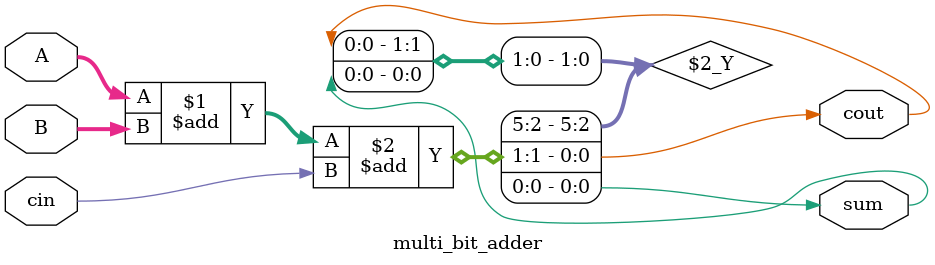
<source format=v>
`timescale 1ns / 1ps

module multi_bit_adder  (input[5:0] A,B, input cin, output sum, cout);
   
  assign {cout, sum}= A+B+cin;
endmodule

</source>
